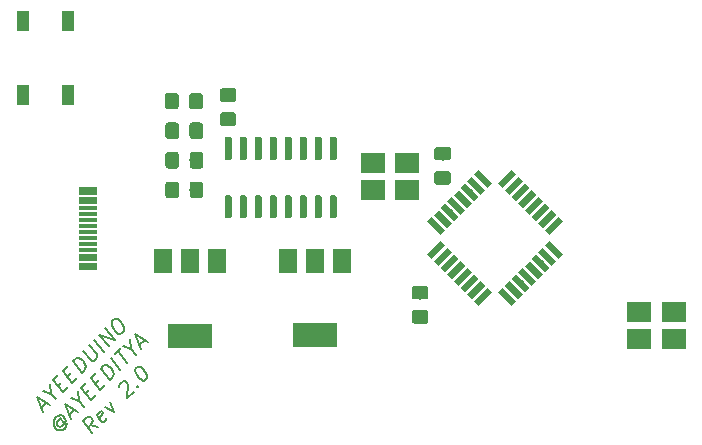
<source format=gbr>
%TF.GenerationSoftware,KiCad,Pcbnew,(5.1.2-1)-1*%
%TF.CreationDate,2020-03-21T02:44:08+05:30*%
%TF.ProjectId,Uno rev2.0,556e6f20-7265-4763-922e-302e6b696361,rev?*%
%TF.SameCoordinates,Original*%
%TF.FileFunction,Paste,Top*%
%TF.FilePolarity,Positive*%
%FSLAX46Y46*%
G04 Gerber Fmt 4.6, Leading zero omitted, Abs format (unit mm)*
G04 Created by KiCad (PCBNEW (5.1.2-1)-1) date 2020-03-21 02:44:08*
%MOMM*%
%LPD*%
G04 APERTURE LIST*
%ADD10C,0.203200*%
%ADD11R,1.500000X2.000000*%
%ADD12R,3.800000X2.000000*%
%ADD13R,2.100000X1.800000*%
%ADD14R,1.524000X0.299974*%
%ADD15C,0.100000*%
%ADD16C,1.150000*%
%ADD17R,1.000000X1.700000*%
%ADD18C,0.600000*%
%ADD19C,0.550000*%
G04 APERTURE END LIST*
D10*
X15419306Y-46740589D02*
X15846938Y-46312957D01*
X15558286Y-47114766D02*
X15071856Y-45805145D01*
X16156970Y-46516082D01*
X16253187Y-45564603D02*
X16627365Y-46045688D01*
X15542250Y-45334751D02*
X16253187Y-45564603D01*
X16140934Y-44736067D01*
X16814453Y-44917810D02*
X17113795Y-44618469D01*
X17653680Y-45019373D02*
X17226048Y-45447004D01*
X16440276Y-44436725D01*
X16867907Y-44009094D01*
X17626953Y-44105311D02*
X17926294Y-43805969D01*
X18466179Y-44206873D02*
X18038548Y-44634505D01*
X17252775Y-43624226D01*
X17680406Y-43196595D01*
X18851047Y-43822005D02*
X18065275Y-42811727D01*
X18279090Y-42597911D01*
X18444797Y-42517730D01*
X18605159Y-42528421D01*
X18722758Y-42581875D01*
X18915192Y-42731546D01*
X19027445Y-42875871D01*
X19134353Y-43111068D01*
X19166425Y-43250049D01*
X19155734Y-43431792D01*
X19064863Y-43608190D01*
X18851047Y-43822005D01*
X18963300Y-41913701D02*
X19599402Y-42731546D01*
X19717000Y-42785000D01*
X19797181Y-42790345D01*
X19920125Y-42752927D01*
X20091178Y-42581875D01*
X20139286Y-42448240D01*
X20144632Y-42357368D01*
X20112559Y-42218388D01*
X19476458Y-41400543D01*
X20689861Y-41983191D02*
X19904089Y-40972912D01*
X21117493Y-41555560D02*
X20331720Y-40545281D01*
X21630650Y-41042402D01*
X20844878Y-40032123D01*
X21443561Y-39433440D02*
X21614614Y-39262387D01*
X21737558Y-39224969D01*
X21897920Y-39235660D01*
X22090354Y-39385331D01*
X22352278Y-39722091D01*
X22459186Y-39957288D01*
X22448495Y-40139031D01*
X22400386Y-40272666D01*
X22229334Y-40443719D01*
X22106390Y-40481136D01*
X21946028Y-40470445D01*
X21753594Y-40320775D01*
X21491670Y-39984015D01*
X21384762Y-39748818D01*
X21395453Y-39567074D01*
X21443561Y-39433440D01*
X17081082Y-47718154D02*
X17000901Y-47712809D01*
X16877957Y-47750226D01*
X16792431Y-47835753D01*
X16744322Y-47969387D01*
X16738977Y-48060259D01*
X16771049Y-48199239D01*
X16845885Y-48295456D01*
X16963483Y-48348910D01*
X17043664Y-48354256D01*
X17166608Y-48316838D01*
X17252134Y-48231312D01*
X17300243Y-48097677D01*
X17305588Y-48006805D01*
X17006246Y-47621937D02*
X17305588Y-48006805D01*
X17385769Y-48012151D01*
X17428532Y-47969387D01*
X17476641Y-47835753D01*
X17444568Y-47696773D01*
X17257480Y-47456230D01*
X17059700Y-47397431D01*
X16856575Y-47429503D01*
X16648105Y-47552447D01*
X16514470Y-47771608D01*
X16461016Y-47996114D01*
X16487743Y-48225966D01*
X16594651Y-48461163D01*
X16787085Y-48610834D01*
X16984865Y-48669634D01*
X17187990Y-48637561D01*
X17396460Y-48514617D01*
X17530095Y-48295456D01*
X17583549Y-48070950D01*
X17786673Y-47354668D02*
X18214305Y-46927036D01*
X17925654Y-47728845D02*
X17439223Y-46419224D01*
X18524337Y-47130161D01*
X18620554Y-46178682D02*
X18994732Y-46659767D01*
X17909617Y-45948830D02*
X18620554Y-46178682D01*
X18508301Y-45350146D01*
X19181820Y-45531889D02*
X19481162Y-45232547D01*
X20021047Y-45633452D02*
X19593415Y-46061083D01*
X18807643Y-45050804D01*
X19235274Y-44623173D01*
X19994320Y-44719390D02*
X20293662Y-44420048D01*
X20833546Y-44820952D02*
X20405915Y-45248584D01*
X19620142Y-44238305D01*
X20047774Y-43810674D01*
X21218414Y-44436084D02*
X20432642Y-43425805D01*
X20646457Y-43211990D01*
X20812164Y-43131809D01*
X20972526Y-43142500D01*
X21090125Y-43195954D01*
X21282559Y-43345625D01*
X21394812Y-43489950D01*
X21501720Y-43725147D01*
X21533792Y-43864127D01*
X21523101Y-44045871D01*
X21432230Y-44222269D01*
X21218414Y-44436084D01*
X22116440Y-43538059D02*
X21330667Y-42527780D01*
X21630009Y-42228438D02*
X22143167Y-41715280D01*
X22672360Y-42982138D02*
X21886588Y-41971859D01*
X23025156Y-41774080D02*
X23399333Y-42255165D01*
X22314219Y-41544228D02*
X23025156Y-41774080D01*
X22912903Y-40945544D01*
X23730748Y-41410593D02*
X24158379Y-40982962D01*
X23869728Y-41784771D02*
X23383297Y-40475150D01*
X24468412Y-41186087D01*
X20250257Y-48385687D02*
X19576738Y-48203944D01*
X19737100Y-48898844D02*
X18951328Y-47888566D01*
X19293433Y-47546461D01*
X19416377Y-47509043D01*
X19496557Y-47514388D01*
X19614156Y-47567842D01*
X19726409Y-47712168D01*
X19758481Y-47851148D01*
X19753136Y-47942020D01*
X19705028Y-48075654D01*
X19362923Y-48417759D01*
X20939813Y-47610605D02*
X20891704Y-47744240D01*
X20720652Y-47915293D01*
X20597708Y-47952710D01*
X20480109Y-47899256D01*
X20180767Y-47514388D01*
X20148695Y-47375408D01*
X20196804Y-47241773D01*
X20367856Y-47070721D01*
X20490800Y-47033303D01*
X20608399Y-47086757D01*
X20683234Y-47182974D01*
X20330438Y-47706822D01*
X20795487Y-46643090D02*
X21533151Y-47102793D01*
X21223119Y-46215458D01*
X22019582Y-44991364D02*
X22024927Y-44900492D01*
X22073036Y-44766858D01*
X22286851Y-44553042D01*
X22409795Y-44515624D01*
X22489976Y-44520970D01*
X22607575Y-44574423D01*
X22682410Y-44670641D01*
X22751900Y-44857729D01*
X22687756Y-45948189D01*
X23243676Y-45392268D01*
X23553709Y-44911183D02*
X23633890Y-44916528D01*
X23628544Y-45007400D01*
X23548363Y-45002055D01*
X23553709Y-44911183D01*
X23628544Y-45007400D01*
X23441456Y-43398438D02*
X23526982Y-43312911D01*
X23649926Y-43275494D01*
X23730107Y-43280839D01*
X23847705Y-43334293D01*
X24040139Y-43483964D01*
X24227228Y-43724506D01*
X24334136Y-43959704D01*
X24366208Y-44098684D01*
X24360863Y-44189555D01*
X24312754Y-44323190D01*
X24227228Y-44408716D01*
X24104284Y-44446134D01*
X24024103Y-44440789D01*
X23906505Y-44387335D01*
X23714071Y-44237664D01*
X23526982Y-43997121D01*
X23420074Y-43761924D01*
X23388002Y-43622944D01*
X23393347Y-43532072D01*
X23441456Y-43398438D01*
D11*
%TO.C,U1*%
X30300000Y-34350000D03*
X25700000Y-34350000D03*
X28000000Y-34350000D03*
D12*
X28000000Y-40650000D03*
%TD*%
%TO.C,U2*%
X38600000Y-40580000D03*
D11*
X38600000Y-34280000D03*
X36300000Y-34280000D03*
X40900000Y-34280000D03*
%TD*%
D13*
%TO.C,Y2*%
X43500000Y-28290000D03*
X46400000Y-28290000D03*
X46400000Y-25990000D03*
X43500000Y-25990000D03*
%TD*%
%TO.C,Y1*%
X68950000Y-40900000D03*
X66050000Y-40900000D03*
X66050000Y-38600000D03*
X68950000Y-38600000D03*
%TD*%
D14*
%TO.C,P1*%
X19374000Y-28222500D03*
X19374000Y-28540000D03*
X19374000Y-29111500D03*
X19374000Y-29365500D03*
X19374000Y-29873500D03*
X19374000Y-30381500D03*
X19374000Y-30889500D03*
X19374000Y-31397500D03*
X19374000Y-31905500D03*
X19374000Y-32413500D03*
X19374000Y-32921500D03*
X19374000Y-33429500D03*
X19374000Y-33937500D03*
X19374000Y-34191500D03*
X19374000Y-34699500D03*
X19374000Y-34953500D03*
%TD*%
D15*
%TO.C,R1*%
G36*
X47964505Y-38479204D02*
G01*
X47988773Y-38482804D01*
X48012572Y-38488765D01*
X48035671Y-38497030D01*
X48057850Y-38507520D01*
X48078893Y-38520132D01*
X48098599Y-38534747D01*
X48116777Y-38551223D01*
X48133253Y-38569401D01*
X48147868Y-38589107D01*
X48160480Y-38610150D01*
X48170970Y-38632329D01*
X48179235Y-38655428D01*
X48185196Y-38679227D01*
X48188796Y-38703495D01*
X48190000Y-38727999D01*
X48190000Y-39378001D01*
X48188796Y-39402505D01*
X48185196Y-39426773D01*
X48179235Y-39450572D01*
X48170970Y-39473671D01*
X48160480Y-39495850D01*
X48147868Y-39516893D01*
X48133253Y-39536599D01*
X48116777Y-39554777D01*
X48098599Y-39571253D01*
X48078893Y-39585868D01*
X48057850Y-39598480D01*
X48035671Y-39608970D01*
X48012572Y-39617235D01*
X47988773Y-39623196D01*
X47964505Y-39626796D01*
X47940001Y-39628000D01*
X47039999Y-39628000D01*
X47015495Y-39626796D01*
X46991227Y-39623196D01*
X46967428Y-39617235D01*
X46944329Y-39608970D01*
X46922150Y-39598480D01*
X46901107Y-39585868D01*
X46881401Y-39571253D01*
X46863223Y-39554777D01*
X46846747Y-39536599D01*
X46832132Y-39516893D01*
X46819520Y-39495850D01*
X46809030Y-39473671D01*
X46800765Y-39450572D01*
X46794804Y-39426773D01*
X46791204Y-39402505D01*
X46790000Y-39378001D01*
X46790000Y-38727999D01*
X46791204Y-38703495D01*
X46794804Y-38679227D01*
X46800765Y-38655428D01*
X46809030Y-38632329D01*
X46819520Y-38610150D01*
X46832132Y-38589107D01*
X46846747Y-38569401D01*
X46863223Y-38551223D01*
X46881401Y-38534747D01*
X46901107Y-38520132D01*
X46922150Y-38507520D01*
X46944329Y-38497030D01*
X46967428Y-38488765D01*
X46991227Y-38482804D01*
X47015495Y-38479204D01*
X47039999Y-38478000D01*
X47940001Y-38478000D01*
X47964505Y-38479204D01*
X47964505Y-38479204D01*
G37*
D16*
X47490000Y-39053000D03*
D15*
G36*
X47964505Y-36429204D02*
G01*
X47988773Y-36432804D01*
X48012572Y-36438765D01*
X48035671Y-36447030D01*
X48057850Y-36457520D01*
X48078893Y-36470132D01*
X48098599Y-36484747D01*
X48116777Y-36501223D01*
X48133253Y-36519401D01*
X48147868Y-36539107D01*
X48160480Y-36560150D01*
X48170970Y-36582329D01*
X48179235Y-36605428D01*
X48185196Y-36629227D01*
X48188796Y-36653495D01*
X48190000Y-36677999D01*
X48190000Y-37328001D01*
X48188796Y-37352505D01*
X48185196Y-37376773D01*
X48179235Y-37400572D01*
X48170970Y-37423671D01*
X48160480Y-37445850D01*
X48147868Y-37466893D01*
X48133253Y-37486599D01*
X48116777Y-37504777D01*
X48098599Y-37521253D01*
X48078893Y-37535868D01*
X48057850Y-37548480D01*
X48035671Y-37558970D01*
X48012572Y-37567235D01*
X47988773Y-37573196D01*
X47964505Y-37576796D01*
X47940001Y-37578000D01*
X47039999Y-37578000D01*
X47015495Y-37576796D01*
X46991227Y-37573196D01*
X46967428Y-37567235D01*
X46944329Y-37558970D01*
X46922150Y-37548480D01*
X46901107Y-37535868D01*
X46881401Y-37521253D01*
X46863223Y-37504777D01*
X46846747Y-37486599D01*
X46832132Y-37466893D01*
X46819520Y-37445850D01*
X46809030Y-37423671D01*
X46800765Y-37400572D01*
X46794804Y-37376773D01*
X46791204Y-37352505D01*
X46790000Y-37328001D01*
X46790000Y-36677999D01*
X46791204Y-36653495D01*
X46794804Y-36629227D01*
X46800765Y-36605428D01*
X46809030Y-36582329D01*
X46819520Y-36560150D01*
X46832132Y-36539107D01*
X46846747Y-36519401D01*
X46863223Y-36501223D01*
X46881401Y-36484747D01*
X46901107Y-36470132D01*
X46922150Y-36457520D01*
X46944329Y-36447030D01*
X46967428Y-36438765D01*
X46991227Y-36432804D01*
X47015495Y-36429204D01*
X47039999Y-36428000D01*
X47940001Y-36428000D01*
X47964505Y-36429204D01*
X47964505Y-36429204D01*
G37*
D16*
X47490000Y-37003000D03*
%TD*%
D17*
%TO.C,RST*%
X13840000Y-20260000D03*
X13840000Y-13960000D03*
X17640000Y-20260000D03*
X17640000Y-13960000D03*
%TD*%
D15*
%TO.C,U3*%
G36*
X31398703Y-28765722D02*
G01*
X31413264Y-28767882D01*
X31427543Y-28771459D01*
X31441403Y-28776418D01*
X31454710Y-28782712D01*
X31467336Y-28790280D01*
X31479159Y-28799048D01*
X31490066Y-28808934D01*
X31499952Y-28819841D01*
X31508720Y-28831664D01*
X31516288Y-28844290D01*
X31522582Y-28857597D01*
X31527541Y-28871457D01*
X31531118Y-28885736D01*
X31533278Y-28900297D01*
X31534000Y-28915000D01*
X31534000Y-30565000D01*
X31533278Y-30579703D01*
X31531118Y-30594264D01*
X31527541Y-30608543D01*
X31522582Y-30622403D01*
X31516288Y-30635710D01*
X31508720Y-30648336D01*
X31499952Y-30660159D01*
X31490066Y-30671066D01*
X31479159Y-30680952D01*
X31467336Y-30689720D01*
X31454710Y-30697288D01*
X31441403Y-30703582D01*
X31427543Y-30708541D01*
X31413264Y-30712118D01*
X31398703Y-30714278D01*
X31384000Y-30715000D01*
X31084000Y-30715000D01*
X31069297Y-30714278D01*
X31054736Y-30712118D01*
X31040457Y-30708541D01*
X31026597Y-30703582D01*
X31013290Y-30697288D01*
X31000664Y-30689720D01*
X30988841Y-30680952D01*
X30977934Y-30671066D01*
X30968048Y-30660159D01*
X30959280Y-30648336D01*
X30951712Y-30635710D01*
X30945418Y-30622403D01*
X30940459Y-30608543D01*
X30936882Y-30594264D01*
X30934722Y-30579703D01*
X30934000Y-30565000D01*
X30934000Y-28915000D01*
X30934722Y-28900297D01*
X30936882Y-28885736D01*
X30940459Y-28871457D01*
X30945418Y-28857597D01*
X30951712Y-28844290D01*
X30959280Y-28831664D01*
X30968048Y-28819841D01*
X30977934Y-28808934D01*
X30988841Y-28799048D01*
X31000664Y-28790280D01*
X31013290Y-28782712D01*
X31026597Y-28776418D01*
X31040457Y-28771459D01*
X31054736Y-28767882D01*
X31069297Y-28765722D01*
X31084000Y-28765000D01*
X31384000Y-28765000D01*
X31398703Y-28765722D01*
X31398703Y-28765722D01*
G37*
D18*
X31234000Y-29740000D03*
D15*
G36*
X32668703Y-28765722D02*
G01*
X32683264Y-28767882D01*
X32697543Y-28771459D01*
X32711403Y-28776418D01*
X32724710Y-28782712D01*
X32737336Y-28790280D01*
X32749159Y-28799048D01*
X32760066Y-28808934D01*
X32769952Y-28819841D01*
X32778720Y-28831664D01*
X32786288Y-28844290D01*
X32792582Y-28857597D01*
X32797541Y-28871457D01*
X32801118Y-28885736D01*
X32803278Y-28900297D01*
X32804000Y-28915000D01*
X32804000Y-30565000D01*
X32803278Y-30579703D01*
X32801118Y-30594264D01*
X32797541Y-30608543D01*
X32792582Y-30622403D01*
X32786288Y-30635710D01*
X32778720Y-30648336D01*
X32769952Y-30660159D01*
X32760066Y-30671066D01*
X32749159Y-30680952D01*
X32737336Y-30689720D01*
X32724710Y-30697288D01*
X32711403Y-30703582D01*
X32697543Y-30708541D01*
X32683264Y-30712118D01*
X32668703Y-30714278D01*
X32654000Y-30715000D01*
X32354000Y-30715000D01*
X32339297Y-30714278D01*
X32324736Y-30712118D01*
X32310457Y-30708541D01*
X32296597Y-30703582D01*
X32283290Y-30697288D01*
X32270664Y-30689720D01*
X32258841Y-30680952D01*
X32247934Y-30671066D01*
X32238048Y-30660159D01*
X32229280Y-30648336D01*
X32221712Y-30635710D01*
X32215418Y-30622403D01*
X32210459Y-30608543D01*
X32206882Y-30594264D01*
X32204722Y-30579703D01*
X32204000Y-30565000D01*
X32204000Y-28915000D01*
X32204722Y-28900297D01*
X32206882Y-28885736D01*
X32210459Y-28871457D01*
X32215418Y-28857597D01*
X32221712Y-28844290D01*
X32229280Y-28831664D01*
X32238048Y-28819841D01*
X32247934Y-28808934D01*
X32258841Y-28799048D01*
X32270664Y-28790280D01*
X32283290Y-28782712D01*
X32296597Y-28776418D01*
X32310457Y-28771459D01*
X32324736Y-28767882D01*
X32339297Y-28765722D01*
X32354000Y-28765000D01*
X32654000Y-28765000D01*
X32668703Y-28765722D01*
X32668703Y-28765722D01*
G37*
D18*
X32504000Y-29740000D03*
D15*
G36*
X33938703Y-28765722D02*
G01*
X33953264Y-28767882D01*
X33967543Y-28771459D01*
X33981403Y-28776418D01*
X33994710Y-28782712D01*
X34007336Y-28790280D01*
X34019159Y-28799048D01*
X34030066Y-28808934D01*
X34039952Y-28819841D01*
X34048720Y-28831664D01*
X34056288Y-28844290D01*
X34062582Y-28857597D01*
X34067541Y-28871457D01*
X34071118Y-28885736D01*
X34073278Y-28900297D01*
X34074000Y-28915000D01*
X34074000Y-30565000D01*
X34073278Y-30579703D01*
X34071118Y-30594264D01*
X34067541Y-30608543D01*
X34062582Y-30622403D01*
X34056288Y-30635710D01*
X34048720Y-30648336D01*
X34039952Y-30660159D01*
X34030066Y-30671066D01*
X34019159Y-30680952D01*
X34007336Y-30689720D01*
X33994710Y-30697288D01*
X33981403Y-30703582D01*
X33967543Y-30708541D01*
X33953264Y-30712118D01*
X33938703Y-30714278D01*
X33924000Y-30715000D01*
X33624000Y-30715000D01*
X33609297Y-30714278D01*
X33594736Y-30712118D01*
X33580457Y-30708541D01*
X33566597Y-30703582D01*
X33553290Y-30697288D01*
X33540664Y-30689720D01*
X33528841Y-30680952D01*
X33517934Y-30671066D01*
X33508048Y-30660159D01*
X33499280Y-30648336D01*
X33491712Y-30635710D01*
X33485418Y-30622403D01*
X33480459Y-30608543D01*
X33476882Y-30594264D01*
X33474722Y-30579703D01*
X33474000Y-30565000D01*
X33474000Y-28915000D01*
X33474722Y-28900297D01*
X33476882Y-28885736D01*
X33480459Y-28871457D01*
X33485418Y-28857597D01*
X33491712Y-28844290D01*
X33499280Y-28831664D01*
X33508048Y-28819841D01*
X33517934Y-28808934D01*
X33528841Y-28799048D01*
X33540664Y-28790280D01*
X33553290Y-28782712D01*
X33566597Y-28776418D01*
X33580457Y-28771459D01*
X33594736Y-28767882D01*
X33609297Y-28765722D01*
X33624000Y-28765000D01*
X33924000Y-28765000D01*
X33938703Y-28765722D01*
X33938703Y-28765722D01*
G37*
D18*
X33774000Y-29740000D03*
D15*
G36*
X35208703Y-28765722D02*
G01*
X35223264Y-28767882D01*
X35237543Y-28771459D01*
X35251403Y-28776418D01*
X35264710Y-28782712D01*
X35277336Y-28790280D01*
X35289159Y-28799048D01*
X35300066Y-28808934D01*
X35309952Y-28819841D01*
X35318720Y-28831664D01*
X35326288Y-28844290D01*
X35332582Y-28857597D01*
X35337541Y-28871457D01*
X35341118Y-28885736D01*
X35343278Y-28900297D01*
X35344000Y-28915000D01*
X35344000Y-30565000D01*
X35343278Y-30579703D01*
X35341118Y-30594264D01*
X35337541Y-30608543D01*
X35332582Y-30622403D01*
X35326288Y-30635710D01*
X35318720Y-30648336D01*
X35309952Y-30660159D01*
X35300066Y-30671066D01*
X35289159Y-30680952D01*
X35277336Y-30689720D01*
X35264710Y-30697288D01*
X35251403Y-30703582D01*
X35237543Y-30708541D01*
X35223264Y-30712118D01*
X35208703Y-30714278D01*
X35194000Y-30715000D01*
X34894000Y-30715000D01*
X34879297Y-30714278D01*
X34864736Y-30712118D01*
X34850457Y-30708541D01*
X34836597Y-30703582D01*
X34823290Y-30697288D01*
X34810664Y-30689720D01*
X34798841Y-30680952D01*
X34787934Y-30671066D01*
X34778048Y-30660159D01*
X34769280Y-30648336D01*
X34761712Y-30635710D01*
X34755418Y-30622403D01*
X34750459Y-30608543D01*
X34746882Y-30594264D01*
X34744722Y-30579703D01*
X34744000Y-30565000D01*
X34744000Y-28915000D01*
X34744722Y-28900297D01*
X34746882Y-28885736D01*
X34750459Y-28871457D01*
X34755418Y-28857597D01*
X34761712Y-28844290D01*
X34769280Y-28831664D01*
X34778048Y-28819841D01*
X34787934Y-28808934D01*
X34798841Y-28799048D01*
X34810664Y-28790280D01*
X34823290Y-28782712D01*
X34836597Y-28776418D01*
X34850457Y-28771459D01*
X34864736Y-28767882D01*
X34879297Y-28765722D01*
X34894000Y-28765000D01*
X35194000Y-28765000D01*
X35208703Y-28765722D01*
X35208703Y-28765722D01*
G37*
D18*
X35044000Y-29740000D03*
D15*
G36*
X36478703Y-28765722D02*
G01*
X36493264Y-28767882D01*
X36507543Y-28771459D01*
X36521403Y-28776418D01*
X36534710Y-28782712D01*
X36547336Y-28790280D01*
X36559159Y-28799048D01*
X36570066Y-28808934D01*
X36579952Y-28819841D01*
X36588720Y-28831664D01*
X36596288Y-28844290D01*
X36602582Y-28857597D01*
X36607541Y-28871457D01*
X36611118Y-28885736D01*
X36613278Y-28900297D01*
X36614000Y-28915000D01*
X36614000Y-30565000D01*
X36613278Y-30579703D01*
X36611118Y-30594264D01*
X36607541Y-30608543D01*
X36602582Y-30622403D01*
X36596288Y-30635710D01*
X36588720Y-30648336D01*
X36579952Y-30660159D01*
X36570066Y-30671066D01*
X36559159Y-30680952D01*
X36547336Y-30689720D01*
X36534710Y-30697288D01*
X36521403Y-30703582D01*
X36507543Y-30708541D01*
X36493264Y-30712118D01*
X36478703Y-30714278D01*
X36464000Y-30715000D01*
X36164000Y-30715000D01*
X36149297Y-30714278D01*
X36134736Y-30712118D01*
X36120457Y-30708541D01*
X36106597Y-30703582D01*
X36093290Y-30697288D01*
X36080664Y-30689720D01*
X36068841Y-30680952D01*
X36057934Y-30671066D01*
X36048048Y-30660159D01*
X36039280Y-30648336D01*
X36031712Y-30635710D01*
X36025418Y-30622403D01*
X36020459Y-30608543D01*
X36016882Y-30594264D01*
X36014722Y-30579703D01*
X36014000Y-30565000D01*
X36014000Y-28915000D01*
X36014722Y-28900297D01*
X36016882Y-28885736D01*
X36020459Y-28871457D01*
X36025418Y-28857597D01*
X36031712Y-28844290D01*
X36039280Y-28831664D01*
X36048048Y-28819841D01*
X36057934Y-28808934D01*
X36068841Y-28799048D01*
X36080664Y-28790280D01*
X36093290Y-28782712D01*
X36106597Y-28776418D01*
X36120457Y-28771459D01*
X36134736Y-28767882D01*
X36149297Y-28765722D01*
X36164000Y-28765000D01*
X36464000Y-28765000D01*
X36478703Y-28765722D01*
X36478703Y-28765722D01*
G37*
D18*
X36314000Y-29740000D03*
D15*
G36*
X37748703Y-28765722D02*
G01*
X37763264Y-28767882D01*
X37777543Y-28771459D01*
X37791403Y-28776418D01*
X37804710Y-28782712D01*
X37817336Y-28790280D01*
X37829159Y-28799048D01*
X37840066Y-28808934D01*
X37849952Y-28819841D01*
X37858720Y-28831664D01*
X37866288Y-28844290D01*
X37872582Y-28857597D01*
X37877541Y-28871457D01*
X37881118Y-28885736D01*
X37883278Y-28900297D01*
X37884000Y-28915000D01*
X37884000Y-30565000D01*
X37883278Y-30579703D01*
X37881118Y-30594264D01*
X37877541Y-30608543D01*
X37872582Y-30622403D01*
X37866288Y-30635710D01*
X37858720Y-30648336D01*
X37849952Y-30660159D01*
X37840066Y-30671066D01*
X37829159Y-30680952D01*
X37817336Y-30689720D01*
X37804710Y-30697288D01*
X37791403Y-30703582D01*
X37777543Y-30708541D01*
X37763264Y-30712118D01*
X37748703Y-30714278D01*
X37734000Y-30715000D01*
X37434000Y-30715000D01*
X37419297Y-30714278D01*
X37404736Y-30712118D01*
X37390457Y-30708541D01*
X37376597Y-30703582D01*
X37363290Y-30697288D01*
X37350664Y-30689720D01*
X37338841Y-30680952D01*
X37327934Y-30671066D01*
X37318048Y-30660159D01*
X37309280Y-30648336D01*
X37301712Y-30635710D01*
X37295418Y-30622403D01*
X37290459Y-30608543D01*
X37286882Y-30594264D01*
X37284722Y-30579703D01*
X37284000Y-30565000D01*
X37284000Y-28915000D01*
X37284722Y-28900297D01*
X37286882Y-28885736D01*
X37290459Y-28871457D01*
X37295418Y-28857597D01*
X37301712Y-28844290D01*
X37309280Y-28831664D01*
X37318048Y-28819841D01*
X37327934Y-28808934D01*
X37338841Y-28799048D01*
X37350664Y-28790280D01*
X37363290Y-28782712D01*
X37376597Y-28776418D01*
X37390457Y-28771459D01*
X37404736Y-28767882D01*
X37419297Y-28765722D01*
X37434000Y-28765000D01*
X37734000Y-28765000D01*
X37748703Y-28765722D01*
X37748703Y-28765722D01*
G37*
D18*
X37584000Y-29740000D03*
D15*
G36*
X39018703Y-28765722D02*
G01*
X39033264Y-28767882D01*
X39047543Y-28771459D01*
X39061403Y-28776418D01*
X39074710Y-28782712D01*
X39087336Y-28790280D01*
X39099159Y-28799048D01*
X39110066Y-28808934D01*
X39119952Y-28819841D01*
X39128720Y-28831664D01*
X39136288Y-28844290D01*
X39142582Y-28857597D01*
X39147541Y-28871457D01*
X39151118Y-28885736D01*
X39153278Y-28900297D01*
X39154000Y-28915000D01*
X39154000Y-30565000D01*
X39153278Y-30579703D01*
X39151118Y-30594264D01*
X39147541Y-30608543D01*
X39142582Y-30622403D01*
X39136288Y-30635710D01*
X39128720Y-30648336D01*
X39119952Y-30660159D01*
X39110066Y-30671066D01*
X39099159Y-30680952D01*
X39087336Y-30689720D01*
X39074710Y-30697288D01*
X39061403Y-30703582D01*
X39047543Y-30708541D01*
X39033264Y-30712118D01*
X39018703Y-30714278D01*
X39004000Y-30715000D01*
X38704000Y-30715000D01*
X38689297Y-30714278D01*
X38674736Y-30712118D01*
X38660457Y-30708541D01*
X38646597Y-30703582D01*
X38633290Y-30697288D01*
X38620664Y-30689720D01*
X38608841Y-30680952D01*
X38597934Y-30671066D01*
X38588048Y-30660159D01*
X38579280Y-30648336D01*
X38571712Y-30635710D01*
X38565418Y-30622403D01*
X38560459Y-30608543D01*
X38556882Y-30594264D01*
X38554722Y-30579703D01*
X38554000Y-30565000D01*
X38554000Y-28915000D01*
X38554722Y-28900297D01*
X38556882Y-28885736D01*
X38560459Y-28871457D01*
X38565418Y-28857597D01*
X38571712Y-28844290D01*
X38579280Y-28831664D01*
X38588048Y-28819841D01*
X38597934Y-28808934D01*
X38608841Y-28799048D01*
X38620664Y-28790280D01*
X38633290Y-28782712D01*
X38646597Y-28776418D01*
X38660457Y-28771459D01*
X38674736Y-28767882D01*
X38689297Y-28765722D01*
X38704000Y-28765000D01*
X39004000Y-28765000D01*
X39018703Y-28765722D01*
X39018703Y-28765722D01*
G37*
D18*
X38854000Y-29740000D03*
D15*
G36*
X40288703Y-28765722D02*
G01*
X40303264Y-28767882D01*
X40317543Y-28771459D01*
X40331403Y-28776418D01*
X40344710Y-28782712D01*
X40357336Y-28790280D01*
X40369159Y-28799048D01*
X40380066Y-28808934D01*
X40389952Y-28819841D01*
X40398720Y-28831664D01*
X40406288Y-28844290D01*
X40412582Y-28857597D01*
X40417541Y-28871457D01*
X40421118Y-28885736D01*
X40423278Y-28900297D01*
X40424000Y-28915000D01*
X40424000Y-30565000D01*
X40423278Y-30579703D01*
X40421118Y-30594264D01*
X40417541Y-30608543D01*
X40412582Y-30622403D01*
X40406288Y-30635710D01*
X40398720Y-30648336D01*
X40389952Y-30660159D01*
X40380066Y-30671066D01*
X40369159Y-30680952D01*
X40357336Y-30689720D01*
X40344710Y-30697288D01*
X40331403Y-30703582D01*
X40317543Y-30708541D01*
X40303264Y-30712118D01*
X40288703Y-30714278D01*
X40274000Y-30715000D01*
X39974000Y-30715000D01*
X39959297Y-30714278D01*
X39944736Y-30712118D01*
X39930457Y-30708541D01*
X39916597Y-30703582D01*
X39903290Y-30697288D01*
X39890664Y-30689720D01*
X39878841Y-30680952D01*
X39867934Y-30671066D01*
X39858048Y-30660159D01*
X39849280Y-30648336D01*
X39841712Y-30635710D01*
X39835418Y-30622403D01*
X39830459Y-30608543D01*
X39826882Y-30594264D01*
X39824722Y-30579703D01*
X39824000Y-30565000D01*
X39824000Y-28915000D01*
X39824722Y-28900297D01*
X39826882Y-28885736D01*
X39830459Y-28871457D01*
X39835418Y-28857597D01*
X39841712Y-28844290D01*
X39849280Y-28831664D01*
X39858048Y-28819841D01*
X39867934Y-28808934D01*
X39878841Y-28799048D01*
X39890664Y-28790280D01*
X39903290Y-28782712D01*
X39916597Y-28776418D01*
X39930457Y-28771459D01*
X39944736Y-28767882D01*
X39959297Y-28765722D01*
X39974000Y-28765000D01*
X40274000Y-28765000D01*
X40288703Y-28765722D01*
X40288703Y-28765722D01*
G37*
D18*
X40124000Y-29740000D03*
D15*
G36*
X40288703Y-23815722D02*
G01*
X40303264Y-23817882D01*
X40317543Y-23821459D01*
X40331403Y-23826418D01*
X40344710Y-23832712D01*
X40357336Y-23840280D01*
X40369159Y-23849048D01*
X40380066Y-23858934D01*
X40389952Y-23869841D01*
X40398720Y-23881664D01*
X40406288Y-23894290D01*
X40412582Y-23907597D01*
X40417541Y-23921457D01*
X40421118Y-23935736D01*
X40423278Y-23950297D01*
X40424000Y-23965000D01*
X40424000Y-25615000D01*
X40423278Y-25629703D01*
X40421118Y-25644264D01*
X40417541Y-25658543D01*
X40412582Y-25672403D01*
X40406288Y-25685710D01*
X40398720Y-25698336D01*
X40389952Y-25710159D01*
X40380066Y-25721066D01*
X40369159Y-25730952D01*
X40357336Y-25739720D01*
X40344710Y-25747288D01*
X40331403Y-25753582D01*
X40317543Y-25758541D01*
X40303264Y-25762118D01*
X40288703Y-25764278D01*
X40274000Y-25765000D01*
X39974000Y-25765000D01*
X39959297Y-25764278D01*
X39944736Y-25762118D01*
X39930457Y-25758541D01*
X39916597Y-25753582D01*
X39903290Y-25747288D01*
X39890664Y-25739720D01*
X39878841Y-25730952D01*
X39867934Y-25721066D01*
X39858048Y-25710159D01*
X39849280Y-25698336D01*
X39841712Y-25685710D01*
X39835418Y-25672403D01*
X39830459Y-25658543D01*
X39826882Y-25644264D01*
X39824722Y-25629703D01*
X39824000Y-25615000D01*
X39824000Y-23965000D01*
X39824722Y-23950297D01*
X39826882Y-23935736D01*
X39830459Y-23921457D01*
X39835418Y-23907597D01*
X39841712Y-23894290D01*
X39849280Y-23881664D01*
X39858048Y-23869841D01*
X39867934Y-23858934D01*
X39878841Y-23849048D01*
X39890664Y-23840280D01*
X39903290Y-23832712D01*
X39916597Y-23826418D01*
X39930457Y-23821459D01*
X39944736Y-23817882D01*
X39959297Y-23815722D01*
X39974000Y-23815000D01*
X40274000Y-23815000D01*
X40288703Y-23815722D01*
X40288703Y-23815722D01*
G37*
D18*
X40124000Y-24790000D03*
D15*
G36*
X39018703Y-23815722D02*
G01*
X39033264Y-23817882D01*
X39047543Y-23821459D01*
X39061403Y-23826418D01*
X39074710Y-23832712D01*
X39087336Y-23840280D01*
X39099159Y-23849048D01*
X39110066Y-23858934D01*
X39119952Y-23869841D01*
X39128720Y-23881664D01*
X39136288Y-23894290D01*
X39142582Y-23907597D01*
X39147541Y-23921457D01*
X39151118Y-23935736D01*
X39153278Y-23950297D01*
X39154000Y-23965000D01*
X39154000Y-25615000D01*
X39153278Y-25629703D01*
X39151118Y-25644264D01*
X39147541Y-25658543D01*
X39142582Y-25672403D01*
X39136288Y-25685710D01*
X39128720Y-25698336D01*
X39119952Y-25710159D01*
X39110066Y-25721066D01*
X39099159Y-25730952D01*
X39087336Y-25739720D01*
X39074710Y-25747288D01*
X39061403Y-25753582D01*
X39047543Y-25758541D01*
X39033264Y-25762118D01*
X39018703Y-25764278D01*
X39004000Y-25765000D01*
X38704000Y-25765000D01*
X38689297Y-25764278D01*
X38674736Y-25762118D01*
X38660457Y-25758541D01*
X38646597Y-25753582D01*
X38633290Y-25747288D01*
X38620664Y-25739720D01*
X38608841Y-25730952D01*
X38597934Y-25721066D01*
X38588048Y-25710159D01*
X38579280Y-25698336D01*
X38571712Y-25685710D01*
X38565418Y-25672403D01*
X38560459Y-25658543D01*
X38556882Y-25644264D01*
X38554722Y-25629703D01*
X38554000Y-25615000D01*
X38554000Y-23965000D01*
X38554722Y-23950297D01*
X38556882Y-23935736D01*
X38560459Y-23921457D01*
X38565418Y-23907597D01*
X38571712Y-23894290D01*
X38579280Y-23881664D01*
X38588048Y-23869841D01*
X38597934Y-23858934D01*
X38608841Y-23849048D01*
X38620664Y-23840280D01*
X38633290Y-23832712D01*
X38646597Y-23826418D01*
X38660457Y-23821459D01*
X38674736Y-23817882D01*
X38689297Y-23815722D01*
X38704000Y-23815000D01*
X39004000Y-23815000D01*
X39018703Y-23815722D01*
X39018703Y-23815722D01*
G37*
D18*
X38854000Y-24790000D03*
D15*
G36*
X37748703Y-23815722D02*
G01*
X37763264Y-23817882D01*
X37777543Y-23821459D01*
X37791403Y-23826418D01*
X37804710Y-23832712D01*
X37817336Y-23840280D01*
X37829159Y-23849048D01*
X37840066Y-23858934D01*
X37849952Y-23869841D01*
X37858720Y-23881664D01*
X37866288Y-23894290D01*
X37872582Y-23907597D01*
X37877541Y-23921457D01*
X37881118Y-23935736D01*
X37883278Y-23950297D01*
X37884000Y-23965000D01*
X37884000Y-25615000D01*
X37883278Y-25629703D01*
X37881118Y-25644264D01*
X37877541Y-25658543D01*
X37872582Y-25672403D01*
X37866288Y-25685710D01*
X37858720Y-25698336D01*
X37849952Y-25710159D01*
X37840066Y-25721066D01*
X37829159Y-25730952D01*
X37817336Y-25739720D01*
X37804710Y-25747288D01*
X37791403Y-25753582D01*
X37777543Y-25758541D01*
X37763264Y-25762118D01*
X37748703Y-25764278D01*
X37734000Y-25765000D01*
X37434000Y-25765000D01*
X37419297Y-25764278D01*
X37404736Y-25762118D01*
X37390457Y-25758541D01*
X37376597Y-25753582D01*
X37363290Y-25747288D01*
X37350664Y-25739720D01*
X37338841Y-25730952D01*
X37327934Y-25721066D01*
X37318048Y-25710159D01*
X37309280Y-25698336D01*
X37301712Y-25685710D01*
X37295418Y-25672403D01*
X37290459Y-25658543D01*
X37286882Y-25644264D01*
X37284722Y-25629703D01*
X37284000Y-25615000D01*
X37284000Y-23965000D01*
X37284722Y-23950297D01*
X37286882Y-23935736D01*
X37290459Y-23921457D01*
X37295418Y-23907597D01*
X37301712Y-23894290D01*
X37309280Y-23881664D01*
X37318048Y-23869841D01*
X37327934Y-23858934D01*
X37338841Y-23849048D01*
X37350664Y-23840280D01*
X37363290Y-23832712D01*
X37376597Y-23826418D01*
X37390457Y-23821459D01*
X37404736Y-23817882D01*
X37419297Y-23815722D01*
X37434000Y-23815000D01*
X37734000Y-23815000D01*
X37748703Y-23815722D01*
X37748703Y-23815722D01*
G37*
D18*
X37584000Y-24790000D03*
D15*
G36*
X36478703Y-23815722D02*
G01*
X36493264Y-23817882D01*
X36507543Y-23821459D01*
X36521403Y-23826418D01*
X36534710Y-23832712D01*
X36547336Y-23840280D01*
X36559159Y-23849048D01*
X36570066Y-23858934D01*
X36579952Y-23869841D01*
X36588720Y-23881664D01*
X36596288Y-23894290D01*
X36602582Y-23907597D01*
X36607541Y-23921457D01*
X36611118Y-23935736D01*
X36613278Y-23950297D01*
X36614000Y-23965000D01*
X36614000Y-25615000D01*
X36613278Y-25629703D01*
X36611118Y-25644264D01*
X36607541Y-25658543D01*
X36602582Y-25672403D01*
X36596288Y-25685710D01*
X36588720Y-25698336D01*
X36579952Y-25710159D01*
X36570066Y-25721066D01*
X36559159Y-25730952D01*
X36547336Y-25739720D01*
X36534710Y-25747288D01*
X36521403Y-25753582D01*
X36507543Y-25758541D01*
X36493264Y-25762118D01*
X36478703Y-25764278D01*
X36464000Y-25765000D01*
X36164000Y-25765000D01*
X36149297Y-25764278D01*
X36134736Y-25762118D01*
X36120457Y-25758541D01*
X36106597Y-25753582D01*
X36093290Y-25747288D01*
X36080664Y-25739720D01*
X36068841Y-25730952D01*
X36057934Y-25721066D01*
X36048048Y-25710159D01*
X36039280Y-25698336D01*
X36031712Y-25685710D01*
X36025418Y-25672403D01*
X36020459Y-25658543D01*
X36016882Y-25644264D01*
X36014722Y-25629703D01*
X36014000Y-25615000D01*
X36014000Y-23965000D01*
X36014722Y-23950297D01*
X36016882Y-23935736D01*
X36020459Y-23921457D01*
X36025418Y-23907597D01*
X36031712Y-23894290D01*
X36039280Y-23881664D01*
X36048048Y-23869841D01*
X36057934Y-23858934D01*
X36068841Y-23849048D01*
X36080664Y-23840280D01*
X36093290Y-23832712D01*
X36106597Y-23826418D01*
X36120457Y-23821459D01*
X36134736Y-23817882D01*
X36149297Y-23815722D01*
X36164000Y-23815000D01*
X36464000Y-23815000D01*
X36478703Y-23815722D01*
X36478703Y-23815722D01*
G37*
D18*
X36314000Y-24790000D03*
D15*
G36*
X35208703Y-23815722D02*
G01*
X35223264Y-23817882D01*
X35237543Y-23821459D01*
X35251403Y-23826418D01*
X35264710Y-23832712D01*
X35277336Y-23840280D01*
X35289159Y-23849048D01*
X35300066Y-23858934D01*
X35309952Y-23869841D01*
X35318720Y-23881664D01*
X35326288Y-23894290D01*
X35332582Y-23907597D01*
X35337541Y-23921457D01*
X35341118Y-23935736D01*
X35343278Y-23950297D01*
X35344000Y-23965000D01*
X35344000Y-25615000D01*
X35343278Y-25629703D01*
X35341118Y-25644264D01*
X35337541Y-25658543D01*
X35332582Y-25672403D01*
X35326288Y-25685710D01*
X35318720Y-25698336D01*
X35309952Y-25710159D01*
X35300066Y-25721066D01*
X35289159Y-25730952D01*
X35277336Y-25739720D01*
X35264710Y-25747288D01*
X35251403Y-25753582D01*
X35237543Y-25758541D01*
X35223264Y-25762118D01*
X35208703Y-25764278D01*
X35194000Y-25765000D01*
X34894000Y-25765000D01*
X34879297Y-25764278D01*
X34864736Y-25762118D01*
X34850457Y-25758541D01*
X34836597Y-25753582D01*
X34823290Y-25747288D01*
X34810664Y-25739720D01*
X34798841Y-25730952D01*
X34787934Y-25721066D01*
X34778048Y-25710159D01*
X34769280Y-25698336D01*
X34761712Y-25685710D01*
X34755418Y-25672403D01*
X34750459Y-25658543D01*
X34746882Y-25644264D01*
X34744722Y-25629703D01*
X34744000Y-25615000D01*
X34744000Y-23965000D01*
X34744722Y-23950297D01*
X34746882Y-23935736D01*
X34750459Y-23921457D01*
X34755418Y-23907597D01*
X34761712Y-23894290D01*
X34769280Y-23881664D01*
X34778048Y-23869841D01*
X34787934Y-23858934D01*
X34798841Y-23849048D01*
X34810664Y-23840280D01*
X34823290Y-23832712D01*
X34836597Y-23826418D01*
X34850457Y-23821459D01*
X34864736Y-23817882D01*
X34879297Y-23815722D01*
X34894000Y-23815000D01*
X35194000Y-23815000D01*
X35208703Y-23815722D01*
X35208703Y-23815722D01*
G37*
D18*
X35044000Y-24790000D03*
D15*
G36*
X33938703Y-23815722D02*
G01*
X33953264Y-23817882D01*
X33967543Y-23821459D01*
X33981403Y-23826418D01*
X33994710Y-23832712D01*
X34007336Y-23840280D01*
X34019159Y-23849048D01*
X34030066Y-23858934D01*
X34039952Y-23869841D01*
X34048720Y-23881664D01*
X34056288Y-23894290D01*
X34062582Y-23907597D01*
X34067541Y-23921457D01*
X34071118Y-23935736D01*
X34073278Y-23950297D01*
X34074000Y-23965000D01*
X34074000Y-25615000D01*
X34073278Y-25629703D01*
X34071118Y-25644264D01*
X34067541Y-25658543D01*
X34062582Y-25672403D01*
X34056288Y-25685710D01*
X34048720Y-25698336D01*
X34039952Y-25710159D01*
X34030066Y-25721066D01*
X34019159Y-25730952D01*
X34007336Y-25739720D01*
X33994710Y-25747288D01*
X33981403Y-25753582D01*
X33967543Y-25758541D01*
X33953264Y-25762118D01*
X33938703Y-25764278D01*
X33924000Y-25765000D01*
X33624000Y-25765000D01*
X33609297Y-25764278D01*
X33594736Y-25762118D01*
X33580457Y-25758541D01*
X33566597Y-25753582D01*
X33553290Y-25747288D01*
X33540664Y-25739720D01*
X33528841Y-25730952D01*
X33517934Y-25721066D01*
X33508048Y-25710159D01*
X33499280Y-25698336D01*
X33491712Y-25685710D01*
X33485418Y-25672403D01*
X33480459Y-25658543D01*
X33476882Y-25644264D01*
X33474722Y-25629703D01*
X33474000Y-25615000D01*
X33474000Y-23965000D01*
X33474722Y-23950297D01*
X33476882Y-23935736D01*
X33480459Y-23921457D01*
X33485418Y-23907597D01*
X33491712Y-23894290D01*
X33499280Y-23881664D01*
X33508048Y-23869841D01*
X33517934Y-23858934D01*
X33528841Y-23849048D01*
X33540664Y-23840280D01*
X33553290Y-23832712D01*
X33566597Y-23826418D01*
X33580457Y-23821459D01*
X33594736Y-23817882D01*
X33609297Y-23815722D01*
X33624000Y-23815000D01*
X33924000Y-23815000D01*
X33938703Y-23815722D01*
X33938703Y-23815722D01*
G37*
D18*
X33774000Y-24790000D03*
D15*
G36*
X32668703Y-23815722D02*
G01*
X32683264Y-23817882D01*
X32697543Y-23821459D01*
X32711403Y-23826418D01*
X32724710Y-23832712D01*
X32737336Y-23840280D01*
X32749159Y-23849048D01*
X32760066Y-23858934D01*
X32769952Y-23869841D01*
X32778720Y-23881664D01*
X32786288Y-23894290D01*
X32792582Y-23907597D01*
X32797541Y-23921457D01*
X32801118Y-23935736D01*
X32803278Y-23950297D01*
X32804000Y-23965000D01*
X32804000Y-25615000D01*
X32803278Y-25629703D01*
X32801118Y-25644264D01*
X32797541Y-25658543D01*
X32792582Y-25672403D01*
X32786288Y-25685710D01*
X32778720Y-25698336D01*
X32769952Y-25710159D01*
X32760066Y-25721066D01*
X32749159Y-25730952D01*
X32737336Y-25739720D01*
X32724710Y-25747288D01*
X32711403Y-25753582D01*
X32697543Y-25758541D01*
X32683264Y-25762118D01*
X32668703Y-25764278D01*
X32654000Y-25765000D01*
X32354000Y-25765000D01*
X32339297Y-25764278D01*
X32324736Y-25762118D01*
X32310457Y-25758541D01*
X32296597Y-25753582D01*
X32283290Y-25747288D01*
X32270664Y-25739720D01*
X32258841Y-25730952D01*
X32247934Y-25721066D01*
X32238048Y-25710159D01*
X32229280Y-25698336D01*
X32221712Y-25685710D01*
X32215418Y-25672403D01*
X32210459Y-25658543D01*
X32206882Y-25644264D01*
X32204722Y-25629703D01*
X32204000Y-25615000D01*
X32204000Y-23965000D01*
X32204722Y-23950297D01*
X32206882Y-23935736D01*
X32210459Y-23921457D01*
X32215418Y-23907597D01*
X32221712Y-23894290D01*
X32229280Y-23881664D01*
X32238048Y-23869841D01*
X32247934Y-23858934D01*
X32258841Y-23849048D01*
X32270664Y-23840280D01*
X32283290Y-23832712D01*
X32296597Y-23826418D01*
X32310457Y-23821459D01*
X32324736Y-23817882D01*
X32339297Y-23815722D01*
X32354000Y-23815000D01*
X32654000Y-23815000D01*
X32668703Y-23815722D01*
X32668703Y-23815722D01*
G37*
D18*
X32504000Y-24790000D03*
D15*
G36*
X31398703Y-23815722D02*
G01*
X31413264Y-23817882D01*
X31427543Y-23821459D01*
X31441403Y-23826418D01*
X31454710Y-23832712D01*
X31467336Y-23840280D01*
X31479159Y-23849048D01*
X31490066Y-23858934D01*
X31499952Y-23869841D01*
X31508720Y-23881664D01*
X31516288Y-23894290D01*
X31522582Y-23907597D01*
X31527541Y-23921457D01*
X31531118Y-23935736D01*
X31533278Y-23950297D01*
X31534000Y-23965000D01*
X31534000Y-25615000D01*
X31533278Y-25629703D01*
X31531118Y-25644264D01*
X31527541Y-25658543D01*
X31522582Y-25672403D01*
X31516288Y-25685710D01*
X31508720Y-25698336D01*
X31499952Y-25710159D01*
X31490066Y-25721066D01*
X31479159Y-25730952D01*
X31467336Y-25739720D01*
X31454710Y-25747288D01*
X31441403Y-25753582D01*
X31427543Y-25758541D01*
X31413264Y-25762118D01*
X31398703Y-25764278D01*
X31384000Y-25765000D01*
X31084000Y-25765000D01*
X31069297Y-25764278D01*
X31054736Y-25762118D01*
X31040457Y-25758541D01*
X31026597Y-25753582D01*
X31013290Y-25747288D01*
X31000664Y-25739720D01*
X30988841Y-25730952D01*
X30977934Y-25721066D01*
X30968048Y-25710159D01*
X30959280Y-25698336D01*
X30951712Y-25685710D01*
X30945418Y-25672403D01*
X30940459Y-25658543D01*
X30936882Y-25644264D01*
X30934722Y-25629703D01*
X30934000Y-25615000D01*
X30934000Y-23965000D01*
X30934722Y-23950297D01*
X30936882Y-23935736D01*
X30940459Y-23921457D01*
X30945418Y-23907597D01*
X30951712Y-23894290D01*
X30959280Y-23881664D01*
X30968048Y-23869841D01*
X30977934Y-23858934D01*
X30988841Y-23849048D01*
X31000664Y-23840280D01*
X31013290Y-23832712D01*
X31026597Y-23826418D01*
X31040457Y-23821459D01*
X31054736Y-23817882D01*
X31069297Y-23815722D01*
X31084000Y-23815000D01*
X31384000Y-23815000D01*
X31398703Y-23815722D01*
X31398703Y-23815722D01*
G37*
D18*
X31234000Y-24790000D03*
%TD*%
D19*
%TO.C,U4*%
X54865305Y-37335103D03*
D15*
G36*
X55625445Y-37706334D02*
G01*
X55236536Y-38095243D01*
X54105165Y-36963872D01*
X54494074Y-36574963D01*
X55625445Y-37706334D01*
X55625445Y-37706334D01*
G37*
D19*
X55430990Y-36769417D03*
D15*
G36*
X56191130Y-37140648D02*
G01*
X55802221Y-37529557D01*
X54670850Y-36398186D01*
X55059759Y-36009277D01*
X56191130Y-37140648D01*
X56191130Y-37140648D01*
G37*
D19*
X55996676Y-36203732D03*
D15*
G36*
X56756816Y-36574963D02*
G01*
X56367907Y-36963872D01*
X55236536Y-35832501D01*
X55625445Y-35443592D01*
X56756816Y-36574963D01*
X56756816Y-36574963D01*
G37*
D19*
X56562361Y-35638047D03*
D15*
G36*
X57322501Y-36009278D02*
G01*
X56933592Y-36398187D01*
X55802221Y-35266816D01*
X56191130Y-34877907D01*
X57322501Y-36009278D01*
X57322501Y-36009278D01*
G37*
D19*
X57128047Y-35072361D03*
D15*
G36*
X57888187Y-35443592D02*
G01*
X57499278Y-35832501D01*
X56367907Y-34701130D01*
X56756816Y-34312221D01*
X57888187Y-35443592D01*
X57888187Y-35443592D01*
G37*
D19*
X57693732Y-34506676D03*
D15*
G36*
X58453872Y-34877907D02*
G01*
X58064963Y-35266816D01*
X56933592Y-34135445D01*
X57322501Y-33746536D01*
X58453872Y-34877907D01*
X58453872Y-34877907D01*
G37*
D19*
X58259417Y-33940990D03*
D15*
G36*
X59019557Y-34312221D02*
G01*
X58630648Y-34701130D01*
X57499277Y-33569759D01*
X57888186Y-33180850D01*
X59019557Y-34312221D01*
X59019557Y-34312221D01*
G37*
D19*
X58825103Y-33375305D03*
D15*
G36*
X59585243Y-33746536D02*
G01*
X59196334Y-34135445D01*
X58064963Y-33004074D01*
X58453872Y-32615165D01*
X59585243Y-33746536D01*
X59585243Y-33746536D01*
G37*
D19*
X58825103Y-31324695D03*
D15*
G36*
X59196334Y-30564555D02*
G01*
X59585243Y-30953464D01*
X58453872Y-32084835D01*
X58064963Y-31695926D01*
X59196334Y-30564555D01*
X59196334Y-30564555D01*
G37*
D19*
X58259417Y-30759010D03*
D15*
G36*
X58630648Y-29998870D02*
G01*
X59019557Y-30387779D01*
X57888186Y-31519150D01*
X57499277Y-31130241D01*
X58630648Y-29998870D01*
X58630648Y-29998870D01*
G37*
D19*
X57693732Y-30193324D03*
D15*
G36*
X58064963Y-29433184D02*
G01*
X58453872Y-29822093D01*
X57322501Y-30953464D01*
X56933592Y-30564555D01*
X58064963Y-29433184D01*
X58064963Y-29433184D01*
G37*
D19*
X57128047Y-29627639D03*
D15*
G36*
X57499278Y-28867499D02*
G01*
X57888187Y-29256408D01*
X56756816Y-30387779D01*
X56367907Y-29998870D01*
X57499278Y-28867499D01*
X57499278Y-28867499D01*
G37*
D19*
X56562361Y-29061953D03*
D15*
G36*
X56933592Y-28301813D02*
G01*
X57322501Y-28690722D01*
X56191130Y-29822093D01*
X55802221Y-29433184D01*
X56933592Y-28301813D01*
X56933592Y-28301813D01*
G37*
D19*
X55996676Y-28496268D03*
D15*
G36*
X56367907Y-27736128D02*
G01*
X56756816Y-28125037D01*
X55625445Y-29256408D01*
X55236536Y-28867499D01*
X56367907Y-27736128D01*
X56367907Y-27736128D01*
G37*
D19*
X55430990Y-27930583D03*
D15*
G36*
X55802221Y-27170443D02*
G01*
X56191130Y-27559352D01*
X55059759Y-28690723D01*
X54670850Y-28301814D01*
X55802221Y-27170443D01*
X55802221Y-27170443D01*
G37*
D19*
X54865305Y-27364897D03*
D15*
G36*
X55236536Y-26604757D02*
G01*
X55625445Y-26993666D01*
X54494074Y-28125037D01*
X54105165Y-27736128D01*
X55236536Y-26604757D01*
X55236536Y-26604757D01*
G37*
D19*
X52814695Y-27364897D03*
D15*
G36*
X53574835Y-27736128D02*
G01*
X53185926Y-28125037D01*
X52054555Y-26993666D01*
X52443464Y-26604757D01*
X53574835Y-27736128D01*
X53574835Y-27736128D01*
G37*
D19*
X52249010Y-27930583D03*
D15*
G36*
X53009150Y-28301814D02*
G01*
X52620241Y-28690723D01*
X51488870Y-27559352D01*
X51877779Y-27170443D01*
X53009150Y-28301814D01*
X53009150Y-28301814D01*
G37*
D19*
X51683324Y-28496268D03*
D15*
G36*
X52443464Y-28867499D02*
G01*
X52054555Y-29256408D01*
X50923184Y-28125037D01*
X51312093Y-27736128D01*
X52443464Y-28867499D01*
X52443464Y-28867499D01*
G37*
D19*
X51117639Y-29061953D03*
D15*
G36*
X51877779Y-29433184D02*
G01*
X51488870Y-29822093D01*
X50357499Y-28690722D01*
X50746408Y-28301813D01*
X51877779Y-29433184D01*
X51877779Y-29433184D01*
G37*
D19*
X50551953Y-29627639D03*
D15*
G36*
X51312093Y-29998870D02*
G01*
X50923184Y-30387779D01*
X49791813Y-29256408D01*
X50180722Y-28867499D01*
X51312093Y-29998870D01*
X51312093Y-29998870D01*
G37*
D19*
X49986268Y-30193324D03*
D15*
G36*
X50746408Y-30564555D02*
G01*
X50357499Y-30953464D01*
X49226128Y-29822093D01*
X49615037Y-29433184D01*
X50746408Y-30564555D01*
X50746408Y-30564555D01*
G37*
D19*
X49420583Y-30759010D03*
D15*
G36*
X50180723Y-31130241D02*
G01*
X49791814Y-31519150D01*
X48660443Y-30387779D01*
X49049352Y-29998870D01*
X50180723Y-31130241D01*
X50180723Y-31130241D01*
G37*
D19*
X48854897Y-31324695D03*
D15*
G36*
X49615037Y-31695926D02*
G01*
X49226128Y-32084835D01*
X48094757Y-30953464D01*
X48483666Y-30564555D01*
X49615037Y-31695926D01*
X49615037Y-31695926D01*
G37*
D19*
X48854897Y-33375305D03*
D15*
G36*
X49226128Y-32615165D02*
G01*
X49615037Y-33004074D01*
X48483666Y-34135445D01*
X48094757Y-33746536D01*
X49226128Y-32615165D01*
X49226128Y-32615165D01*
G37*
D19*
X49420583Y-33940990D03*
D15*
G36*
X49791814Y-33180850D02*
G01*
X50180723Y-33569759D01*
X49049352Y-34701130D01*
X48660443Y-34312221D01*
X49791814Y-33180850D01*
X49791814Y-33180850D01*
G37*
D19*
X49986268Y-34506676D03*
D15*
G36*
X50357499Y-33746536D02*
G01*
X50746408Y-34135445D01*
X49615037Y-35266816D01*
X49226128Y-34877907D01*
X50357499Y-33746536D01*
X50357499Y-33746536D01*
G37*
D19*
X50551953Y-35072361D03*
D15*
G36*
X50923184Y-34312221D02*
G01*
X51312093Y-34701130D01*
X50180722Y-35832501D01*
X49791813Y-35443592D01*
X50923184Y-34312221D01*
X50923184Y-34312221D01*
G37*
D19*
X51117639Y-35638047D03*
D15*
G36*
X51488870Y-34877907D02*
G01*
X51877779Y-35266816D01*
X50746408Y-36398187D01*
X50357499Y-36009278D01*
X51488870Y-34877907D01*
X51488870Y-34877907D01*
G37*
D19*
X51683324Y-36203732D03*
D15*
G36*
X52054555Y-35443592D02*
G01*
X52443464Y-35832501D01*
X51312093Y-36963872D01*
X50923184Y-36574963D01*
X52054555Y-35443592D01*
X52054555Y-35443592D01*
G37*
D19*
X52249010Y-36769417D03*
D15*
G36*
X52620241Y-36009277D02*
G01*
X53009150Y-36398186D01*
X51877779Y-37529557D01*
X51488870Y-37140648D01*
X52620241Y-36009277D01*
X52620241Y-36009277D01*
G37*
D19*
X52814695Y-37335103D03*
D15*
G36*
X53185926Y-36574963D02*
G01*
X53574835Y-36963872D01*
X52443464Y-38095243D01*
X52054555Y-37706334D01*
X53185926Y-36574963D01*
X53185926Y-36574963D01*
G37*
%TD*%
%TO.C,D13*%
G36*
X26841105Y-22591204D02*
G01*
X26865373Y-22594804D01*
X26889172Y-22600765D01*
X26912271Y-22609030D01*
X26934450Y-22619520D01*
X26955493Y-22632132D01*
X26975199Y-22646747D01*
X26993377Y-22663223D01*
X27009853Y-22681401D01*
X27024468Y-22701107D01*
X27037080Y-22722150D01*
X27047570Y-22744329D01*
X27055835Y-22767428D01*
X27061796Y-22791227D01*
X27065396Y-22815495D01*
X27066600Y-22839999D01*
X27066600Y-23740001D01*
X27065396Y-23764505D01*
X27061796Y-23788773D01*
X27055835Y-23812572D01*
X27047570Y-23835671D01*
X27037080Y-23857850D01*
X27024468Y-23878893D01*
X27009853Y-23898599D01*
X26993377Y-23916777D01*
X26975199Y-23933253D01*
X26955493Y-23947868D01*
X26934450Y-23960480D01*
X26912271Y-23970970D01*
X26889172Y-23979235D01*
X26865373Y-23985196D01*
X26841105Y-23988796D01*
X26816601Y-23990000D01*
X26166599Y-23990000D01*
X26142095Y-23988796D01*
X26117827Y-23985196D01*
X26094028Y-23979235D01*
X26070929Y-23970970D01*
X26048750Y-23960480D01*
X26027707Y-23947868D01*
X26008001Y-23933253D01*
X25989823Y-23916777D01*
X25973347Y-23898599D01*
X25958732Y-23878893D01*
X25946120Y-23857850D01*
X25935630Y-23835671D01*
X25927365Y-23812572D01*
X25921404Y-23788773D01*
X25917804Y-23764505D01*
X25916600Y-23740001D01*
X25916600Y-22839999D01*
X25917804Y-22815495D01*
X25921404Y-22791227D01*
X25927365Y-22767428D01*
X25935630Y-22744329D01*
X25946120Y-22722150D01*
X25958732Y-22701107D01*
X25973347Y-22681401D01*
X25989823Y-22663223D01*
X26008001Y-22646747D01*
X26027707Y-22632132D01*
X26048750Y-22619520D01*
X26070929Y-22609030D01*
X26094028Y-22600765D01*
X26117827Y-22594804D01*
X26142095Y-22591204D01*
X26166599Y-22590000D01*
X26816601Y-22590000D01*
X26841105Y-22591204D01*
X26841105Y-22591204D01*
G37*
D16*
X26491600Y-23290000D03*
D15*
G36*
X28891105Y-22591204D02*
G01*
X28915373Y-22594804D01*
X28939172Y-22600765D01*
X28962271Y-22609030D01*
X28984450Y-22619520D01*
X29005493Y-22632132D01*
X29025199Y-22646747D01*
X29043377Y-22663223D01*
X29059853Y-22681401D01*
X29074468Y-22701107D01*
X29087080Y-22722150D01*
X29097570Y-22744329D01*
X29105835Y-22767428D01*
X29111796Y-22791227D01*
X29115396Y-22815495D01*
X29116600Y-22839999D01*
X29116600Y-23740001D01*
X29115396Y-23764505D01*
X29111796Y-23788773D01*
X29105835Y-23812572D01*
X29097570Y-23835671D01*
X29087080Y-23857850D01*
X29074468Y-23878893D01*
X29059853Y-23898599D01*
X29043377Y-23916777D01*
X29025199Y-23933253D01*
X29005493Y-23947868D01*
X28984450Y-23960480D01*
X28962271Y-23970970D01*
X28939172Y-23979235D01*
X28915373Y-23985196D01*
X28891105Y-23988796D01*
X28866601Y-23990000D01*
X28216599Y-23990000D01*
X28192095Y-23988796D01*
X28167827Y-23985196D01*
X28144028Y-23979235D01*
X28120929Y-23970970D01*
X28098750Y-23960480D01*
X28077707Y-23947868D01*
X28058001Y-23933253D01*
X28039823Y-23916777D01*
X28023347Y-23898599D01*
X28008732Y-23878893D01*
X27996120Y-23857850D01*
X27985630Y-23835671D01*
X27977365Y-23812572D01*
X27971404Y-23788773D01*
X27967804Y-23764505D01*
X27966600Y-23740001D01*
X27966600Y-22839999D01*
X27967804Y-22815495D01*
X27971404Y-22791227D01*
X27977365Y-22767428D01*
X27985630Y-22744329D01*
X27996120Y-22722150D01*
X28008732Y-22701107D01*
X28023347Y-22681401D01*
X28039823Y-22663223D01*
X28058001Y-22646747D01*
X28077707Y-22632132D01*
X28098750Y-22619520D01*
X28120929Y-22609030D01*
X28144028Y-22600765D01*
X28167827Y-22594804D01*
X28192095Y-22591204D01*
X28216599Y-22590000D01*
X28866601Y-22590000D01*
X28891105Y-22591204D01*
X28891105Y-22591204D01*
G37*
D16*
X28541600Y-23290000D03*
%TD*%
D15*
%TO.C,PWR*%
G36*
X26815705Y-20091204D02*
G01*
X26839973Y-20094804D01*
X26863772Y-20100765D01*
X26886871Y-20109030D01*
X26909050Y-20119520D01*
X26930093Y-20132132D01*
X26949799Y-20146747D01*
X26967977Y-20163223D01*
X26984453Y-20181401D01*
X26999068Y-20201107D01*
X27011680Y-20222150D01*
X27022170Y-20244329D01*
X27030435Y-20267428D01*
X27036396Y-20291227D01*
X27039996Y-20315495D01*
X27041200Y-20339999D01*
X27041200Y-21240001D01*
X27039996Y-21264505D01*
X27036396Y-21288773D01*
X27030435Y-21312572D01*
X27022170Y-21335671D01*
X27011680Y-21357850D01*
X26999068Y-21378893D01*
X26984453Y-21398599D01*
X26967977Y-21416777D01*
X26949799Y-21433253D01*
X26930093Y-21447868D01*
X26909050Y-21460480D01*
X26886871Y-21470970D01*
X26863772Y-21479235D01*
X26839973Y-21485196D01*
X26815705Y-21488796D01*
X26791201Y-21490000D01*
X26141199Y-21490000D01*
X26116695Y-21488796D01*
X26092427Y-21485196D01*
X26068628Y-21479235D01*
X26045529Y-21470970D01*
X26023350Y-21460480D01*
X26002307Y-21447868D01*
X25982601Y-21433253D01*
X25964423Y-21416777D01*
X25947947Y-21398599D01*
X25933332Y-21378893D01*
X25920720Y-21357850D01*
X25910230Y-21335671D01*
X25901965Y-21312572D01*
X25896004Y-21288773D01*
X25892404Y-21264505D01*
X25891200Y-21240001D01*
X25891200Y-20339999D01*
X25892404Y-20315495D01*
X25896004Y-20291227D01*
X25901965Y-20267428D01*
X25910230Y-20244329D01*
X25920720Y-20222150D01*
X25933332Y-20201107D01*
X25947947Y-20181401D01*
X25964423Y-20163223D01*
X25982601Y-20146747D01*
X26002307Y-20132132D01*
X26023350Y-20119520D01*
X26045529Y-20109030D01*
X26068628Y-20100765D01*
X26092427Y-20094804D01*
X26116695Y-20091204D01*
X26141199Y-20090000D01*
X26791201Y-20090000D01*
X26815705Y-20091204D01*
X26815705Y-20091204D01*
G37*
D16*
X26466200Y-20790000D03*
D15*
G36*
X28865705Y-20091204D02*
G01*
X28889973Y-20094804D01*
X28913772Y-20100765D01*
X28936871Y-20109030D01*
X28959050Y-20119520D01*
X28980093Y-20132132D01*
X28999799Y-20146747D01*
X29017977Y-20163223D01*
X29034453Y-20181401D01*
X29049068Y-20201107D01*
X29061680Y-20222150D01*
X29072170Y-20244329D01*
X29080435Y-20267428D01*
X29086396Y-20291227D01*
X29089996Y-20315495D01*
X29091200Y-20339999D01*
X29091200Y-21240001D01*
X29089996Y-21264505D01*
X29086396Y-21288773D01*
X29080435Y-21312572D01*
X29072170Y-21335671D01*
X29061680Y-21357850D01*
X29049068Y-21378893D01*
X29034453Y-21398599D01*
X29017977Y-21416777D01*
X28999799Y-21433253D01*
X28980093Y-21447868D01*
X28959050Y-21460480D01*
X28936871Y-21470970D01*
X28913772Y-21479235D01*
X28889973Y-21485196D01*
X28865705Y-21488796D01*
X28841201Y-21490000D01*
X28191199Y-21490000D01*
X28166695Y-21488796D01*
X28142427Y-21485196D01*
X28118628Y-21479235D01*
X28095529Y-21470970D01*
X28073350Y-21460480D01*
X28052307Y-21447868D01*
X28032601Y-21433253D01*
X28014423Y-21416777D01*
X27997947Y-21398599D01*
X27983332Y-21378893D01*
X27970720Y-21357850D01*
X27960230Y-21335671D01*
X27951965Y-21312572D01*
X27946004Y-21288773D01*
X27942404Y-21264505D01*
X27941200Y-21240001D01*
X27941200Y-20339999D01*
X27942404Y-20315495D01*
X27946004Y-20291227D01*
X27951965Y-20267428D01*
X27960230Y-20244329D01*
X27970720Y-20222150D01*
X27983332Y-20201107D01*
X27997947Y-20181401D01*
X28014423Y-20163223D01*
X28032601Y-20146747D01*
X28052307Y-20132132D01*
X28073350Y-20119520D01*
X28095529Y-20109030D01*
X28118628Y-20100765D01*
X28142427Y-20094804D01*
X28166695Y-20091204D01*
X28191199Y-20090000D01*
X28841201Y-20090000D01*
X28865705Y-20091204D01*
X28865705Y-20091204D01*
G37*
D16*
X28516200Y-20790000D03*
%TD*%
D15*
%TO.C,C7*%
G36*
X31708505Y-19693204D02*
G01*
X31732773Y-19696804D01*
X31756572Y-19702765D01*
X31779671Y-19711030D01*
X31801850Y-19721520D01*
X31822893Y-19734132D01*
X31842599Y-19748747D01*
X31860777Y-19765223D01*
X31877253Y-19783401D01*
X31891868Y-19803107D01*
X31904480Y-19824150D01*
X31914970Y-19846329D01*
X31923235Y-19869428D01*
X31929196Y-19893227D01*
X31932796Y-19917495D01*
X31934000Y-19941999D01*
X31934000Y-20592001D01*
X31932796Y-20616505D01*
X31929196Y-20640773D01*
X31923235Y-20664572D01*
X31914970Y-20687671D01*
X31904480Y-20709850D01*
X31891868Y-20730893D01*
X31877253Y-20750599D01*
X31860777Y-20768777D01*
X31842599Y-20785253D01*
X31822893Y-20799868D01*
X31801850Y-20812480D01*
X31779671Y-20822970D01*
X31756572Y-20831235D01*
X31732773Y-20837196D01*
X31708505Y-20840796D01*
X31684001Y-20842000D01*
X30783999Y-20842000D01*
X30759495Y-20840796D01*
X30735227Y-20837196D01*
X30711428Y-20831235D01*
X30688329Y-20822970D01*
X30666150Y-20812480D01*
X30645107Y-20799868D01*
X30625401Y-20785253D01*
X30607223Y-20768777D01*
X30590747Y-20750599D01*
X30576132Y-20730893D01*
X30563520Y-20709850D01*
X30553030Y-20687671D01*
X30544765Y-20664572D01*
X30538804Y-20640773D01*
X30535204Y-20616505D01*
X30534000Y-20592001D01*
X30534000Y-19941999D01*
X30535204Y-19917495D01*
X30538804Y-19893227D01*
X30544765Y-19869428D01*
X30553030Y-19846329D01*
X30563520Y-19824150D01*
X30576132Y-19803107D01*
X30590747Y-19783401D01*
X30607223Y-19765223D01*
X30625401Y-19748747D01*
X30645107Y-19734132D01*
X30666150Y-19721520D01*
X30688329Y-19711030D01*
X30711428Y-19702765D01*
X30735227Y-19696804D01*
X30759495Y-19693204D01*
X30783999Y-19692000D01*
X31684001Y-19692000D01*
X31708505Y-19693204D01*
X31708505Y-19693204D01*
G37*
D16*
X31234000Y-20267000D03*
D15*
G36*
X31708505Y-21743204D02*
G01*
X31732773Y-21746804D01*
X31756572Y-21752765D01*
X31779671Y-21761030D01*
X31801850Y-21771520D01*
X31822893Y-21784132D01*
X31842599Y-21798747D01*
X31860777Y-21815223D01*
X31877253Y-21833401D01*
X31891868Y-21853107D01*
X31904480Y-21874150D01*
X31914970Y-21896329D01*
X31923235Y-21919428D01*
X31929196Y-21943227D01*
X31932796Y-21967495D01*
X31934000Y-21991999D01*
X31934000Y-22642001D01*
X31932796Y-22666505D01*
X31929196Y-22690773D01*
X31923235Y-22714572D01*
X31914970Y-22737671D01*
X31904480Y-22759850D01*
X31891868Y-22780893D01*
X31877253Y-22800599D01*
X31860777Y-22818777D01*
X31842599Y-22835253D01*
X31822893Y-22849868D01*
X31801850Y-22862480D01*
X31779671Y-22872970D01*
X31756572Y-22881235D01*
X31732773Y-22887196D01*
X31708505Y-22890796D01*
X31684001Y-22892000D01*
X30783999Y-22892000D01*
X30759495Y-22890796D01*
X30735227Y-22887196D01*
X30711428Y-22881235D01*
X30688329Y-22872970D01*
X30666150Y-22862480D01*
X30645107Y-22849868D01*
X30625401Y-22835253D01*
X30607223Y-22818777D01*
X30590747Y-22800599D01*
X30576132Y-22780893D01*
X30563520Y-22759850D01*
X30553030Y-22737671D01*
X30544765Y-22714572D01*
X30538804Y-22690773D01*
X30535204Y-22666505D01*
X30534000Y-22642001D01*
X30534000Y-21991999D01*
X30535204Y-21967495D01*
X30538804Y-21943227D01*
X30544765Y-21919428D01*
X30553030Y-21896329D01*
X30563520Y-21874150D01*
X30576132Y-21853107D01*
X30590747Y-21833401D01*
X30607223Y-21815223D01*
X30625401Y-21798747D01*
X30645107Y-21784132D01*
X30666150Y-21771520D01*
X30688329Y-21761030D01*
X30711428Y-21752765D01*
X30735227Y-21746804D01*
X30759495Y-21743204D01*
X30783999Y-21742000D01*
X31684001Y-21742000D01*
X31708505Y-21743204D01*
X31708505Y-21743204D01*
G37*
D16*
X31234000Y-22317000D03*
%TD*%
D15*
%TO.C,C13*%
G36*
X49869505Y-24655204D02*
G01*
X49893773Y-24658804D01*
X49917572Y-24664765D01*
X49940671Y-24673030D01*
X49962850Y-24683520D01*
X49983893Y-24696132D01*
X50003599Y-24710747D01*
X50021777Y-24727223D01*
X50038253Y-24745401D01*
X50052868Y-24765107D01*
X50065480Y-24786150D01*
X50075970Y-24808329D01*
X50084235Y-24831428D01*
X50090196Y-24855227D01*
X50093796Y-24879495D01*
X50095000Y-24903999D01*
X50095000Y-25554001D01*
X50093796Y-25578505D01*
X50090196Y-25602773D01*
X50084235Y-25626572D01*
X50075970Y-25649671D01*
X50065480Y-25671850D01*
X50052868Y-25692893D01*
X50038253Y-25712599D01*
X50021777Y-25730777D01*
X50003599Y-25747253D01*
X49983893Y-25761868D01*
X49962850Y-25774480D01*
X49940671Y-25784970D01*
X49917572Y-25793235D01*
X49893773Y-25799196D01*
X49869505Y-25802796D01*
X49845001Y-25804000D01*
X48944999Y-25804000D01*
X48920495Y-25802796D01*
X48896227Y-25799196D01*
X48872428Y-25793235D01*
X48849329Y-25784970D01*
X48827150Y-25774480D01*
X48806107Y-25761868D01*
X48786401Y-25747253D01*
X48768223Y-25730777D01*
X48751747Y-25712599D01*
X48737132Y-25692893D01*
X48724520Y-25671850D01*
X48714030Y-25649671D01*
X48705765Y-25626572D01*
X48699804Y-25602773D01*
X48696204Y-25578505D01*
X48695000Y-25554001D01*
X48695000Y-24903999D01*
X48696204Y-24879495D01*
X48699804Y-24855227D01*
X48705765Y-24831428D01*
X48714030Y-24808329D01*
X48724520Y-24786150D01*
X48737132Y-24765107D01*
X48751747Y-24745401D01*
X48768223Y-24727223D01*
X48786401Y-24710747D01*
X48806107Y-24696132D01*
X48827150Y-24683520D01*
X48849329Y-24673030D01*
X48872428Y-24664765D01*
X48896227Y-24658804D01*
X48920495Y-24655204D01*
X48944999Y-24654000D01*
X49845001Y-24654000D01*
X49869505Y-24655204D01*
X49869505Y-24655204D01*
G37*
D16*
X49395000Y-25229000D03*
D15*
G36*
X49869505Y-26705204D02*
G01*
X49893773Y-26708804D01*
X49917572Y-26714765D01*
X49940671Y-26723030D01*
X49962850Y-26733520D01*
X49983893Y-26746132D01*
X50003599Y-26760747D01*
X50021777Y-26777223D01*
X50038253Y-26795401D01*
X50052868Y-26815107D01*
X50065480Y-26836150D01*
X50075970Y-26858329D01*
X50084235Y-26881428D01*
X50090196Y-26905227D01*
X50093796Y-26929495D01*
X50095000Y-26953999D01*
X50095000Y-27604001D01*
X50093796Y-27628505D01*
X50090196Y-27652773D01*
X50084235Y-27676572D01*
X50075970Y-27699671D01*
X50065480Y-27721850D01*
X50052868Y-27742893D01*
X50038253Y-27762599D01*
X50021777Y-27780777D01*
X50003599Y-27797253D01*
X49983893Y-27811868D01*
X49962850Y-27824480D01*
X49940671Y-27834970D01*
X49917572Y-27843235D01*
X49893773Y-27849196D01*
X49869505Y-27852796D01*
X49845001Y-27854000D01*
X48944999Y-27854000D01*
X48920495Y-27852796D01*
X48896227Y-27849196D01*
X48872428Y-27843235D01*
X48849329Y-27834970D01*
X48827150Y-27824480D01*
X48806107Y-27811868D01*
X48786401Y-27797253D01*
X48768223Y-27780777D01*
X48751747Y-27762599D01*
X48737132Y-27742893D01*
X48724520Y-27721850D01*
X48714030Y-27699671D01*
X48705765Y-27676572D01*
X48699804Y-27652773D01*
X48696204Y-27628505D01*
X48695000Y-27604001D01*
X48695000Y-26953999D01*
X48696204Y-26929495D01*
X48699804Y-26905227D01*
X48705765Y-26881428D01*
X48714030Y-26858329D01*
X48724520Y-26836150D01*
X48737132Y-26815107D01*
X48751747Y-26795401D01*
X48768223Y-26777223D01*
X48786401Y-26760747D01*
X48806107Y-26746132D01*
X48827150Y-26733520D01*
X48849329Y-26723030D01*
X48872428Y-26714765D01*
X48896227Y-26708804D01*
X48920495Y-26705204D01*
X48944999Y-26704000D01*
X49845001Y-26704000D01*
X49869505Y-26705204D01*
X49869505Y-26705204D01*
G37*
D16*
X49395000Y-27279000D03*
%TD*%
D15*
%TO.C,TX*%
G36*
X28899505Y-27591204D02*
G01*
X28923773Y-27594804D01*
X28947572Y-27600765D01*
X28970671Y-27609030D01*
X28992850Y-27619520D01*
X29013893Y-27632132D01*
X29033599Y-27646747D01*
X29051777Y-27663223D01*
X29068253Y-27681401D01*
X29082868Y-27701107D01*
X29095480Y-27722150D01*
X29105970Y-27744329D01*
X29114235Y-27767428D01*
X29120196Y-27791227D01*
X29123796Y-27815495D01*
X29125000Y-27839999D01*
X29125000Y-28740001D01*
X29123796Y-28764505D01*
X29120196Y-28788773D01*
X29114235Y-28812572D01*
X29105970Y-28835671D01*
X29095480Y-28857850D01*
X29082868Y-28878893D01*
X29068253Y-28898599D01*
X29051777Y-28916777D01*
X29033599Y-28933253D01*
X29013893Y-28947868D01*
X28992850Y-28960480D01*
X28970671Y-28970970D01*
X28947572Y-28979235D01*
X28923773Y-28985196D01*
X28899505Y-28988796D01*
X28875001Y-28990000D01*
X28224999Y-28990000D01*
X28200495Y-28988796D01*
X28176227Y-28985196D01*
X28152428Y-28979235D01*
X28129329Y-28970970D01*
X28107150Y-28960480D01*
X28086107Y-28947868D01*
X28066401Y-28933253D01*
X28048223Y-28916777D01*
X28031747Y-28898599D01*
X28017132Y-28878893D01*
X28004520Y-28857850D01*
X27994030Y-28835671D01*
X27985765Y-28812572D01*
X27979804Y-28788773D01*
X27976204Y-28764505D01*
X27975000Y-28740001D01*
X27975000Y-27839999D01*
X27976204Y-27815495D01*
X27979804Y-27791227D01*
X27985765Y-27767428D01*
X27994030Y-27744329D01*
X28004520Y-27722150D01*
X28017132Y-27701107D01*
X28031747Y-27681401D01*
X28048223Y-27663223D01*
X28066401Y-27646747D01*
X28086107Y-27632132D01*
X28107150Y-27619520D01*
X28129329Y-27609030D01*
X28152428Y-27600765D01*
X28176227Y-27594804D01*
X28200495Y-27591204D01*
X28224999Y-27590000D01*
X28875001Y-27590000D01*
X28899505Y-27591204D01*
X28899505Y-27591204D01*
G37*
D16*
X28550000Y-28290000D03*
D15*
G36*
X26849505Y-27591204D02*
G01*
X26873773Y-27594804D01*
X26897572Y-27600765D01*
X26920671Y-27609030D01*
X26942850Y-27619520D01*
X26963893Y-27632132D01*
X26983599Y-27646747D01*
X27001777Y-27663223D01*
X27018253Y-27681401D01*
X27032868Y-27701107D01*
X27045480Y-27722150D01*
X27055970Y-27744329D01*
X27064235Y-27767428D01*
X27070196Y-27791227D01*
X27073796Y-27815495D01*
X27075000Y-27839999D01*
X27075000Y-28740001D01*
X27073796Y-28764505D01*
X27070196Y-28788773D01*
X27064235Y-28812572D01*
X27055970Y-28835671D01*
X27045480Y-28857850D01*
X27032868Y-28878893D01*
X27018253Y-28898599D01*
X27001777Y-28916777D01*
X26983599Y-28933253D01*
X26963893Y-28947868D01*
X26942850Y-28960480D01*
X26920671Y-28970970D01*
X26897572Y-28979235D01*
X26873773Y-28985196D01*
X26849505Y-28988796D01*
X26825001Y-28990000D01*
X26174999Y-28990000D01*
X26150495Y-28988796D01*
X26126227Y-28985196D01*
X26102428Y-28979235D01*
X26079329Y-28970970D01*
X26057150Y-28960480D01*
X26036107Y-28947868D01*
X26016401Y-28933253D01*
X25998223Y-28916777D01*
X25981747Y-28898599D01*
X25967132Y-28878893D01*
X25954520Y-28857850D01*
X25944030Y-28835671D01*
X25935765Y-28812572D01*
X25929804Y-28788773D01*
X25926204Y-28764505D01*
X25925000Y-28740001D01*
X25925000Y-27839999D01*
X25926204Y-27815495D01*
X25929804Y-27791227D01*
X25935765Y-27767428D01*
X25944030Y-27744329D01*
X25954520Y-27722150D01*
X25967132Y-27701107D01*
X25981747Y-27681401D01*
X25998223Y-27663223D01*
X26016401Y-27646747D01*
X26036107Y-27632132D01*
X26057150Y-27619520D01*
X26079329Y-27609030D01*
X26102428Y-27600765D01*
X26126227Y-27594804D01*
X26150495Y-27591204D01*
X26174999Y-27590000D01*
X26825001Y-27590000D01*
X26849505Y-27591204D01*
X26849505Y-27591204D01*
G37*
D16*
X26500000Y-28290000D03*
%TD*%
D15*
%TO.C,RX*%
G36*
X28899505Y-25091204D02*
G01*
X28923773Y-25094804D01*
X28947572Y-25100765D01*
X28970671Y-25109030D01*
X28992850Y-25119520D01*
X29013893Y-25132132D01*
X29033599Y-25146747D01*
X29051777Y-25163223D01*
X29068253Y-25181401D01*
X29082868Y-25201107D01*
X29095480Y-25222150D01*
X29105970Y-25244329D01*
X29114235Y-25267428D01*
X29120196Y-25291227D01*
X29123796Y-25315495D01*
X29125000Y-25339999D01*
X29125000Y-26240001D01*
X29123796Y-26264505D01*
X29120196Y-26288773D01*
X29114235Y-26312572D01*
X29105970Y-26335671D01*
X29095480Y-26357850D01*
X29082868Y-26378893D01*
X29068253Y-26398599D01*
X29051777Y-26416777D01*
X29033599Y-26433253D01*
X29013893Y-26447868D01*
X28992850Y-26460480D01*
X28970671Y-26470970D01*
X28947572Y-26479235D01*
X28923773Y-26485196D01*
X28899505Y-26488796D01*
X28875001Y-26490000D01*
X28224999Y-26490000D01*
X28200495Y-26488796D01*
X28176227Y-26485196D01*
X28152428Y-26479235D01*
X28129329Y-26470970D01*
X28107150Y-26460480D01*
X28086107Y-26447868D01*
X28066401Y-26433253D01*
X28048223Y-26416777D01*
X28031747Y-26398599D01*
X28017132Y-26378893D01*
X28004520Y-26357850D01*
X27994030Y-26335671D01*
X27985765Y-26312572D01*
X27979804Y-26288773D01*
X27976204Y-26264505D01*
X27975000Y-26240001D01*
X27975000Y-25339999D01*
X27976204Y-25315495D01*
X27979804Y-25291227D01*
X27985765Y-25267428D01*
X27994030Y-25244329D01*
X28004520Y-25222150D01*
X28017132Y-25201107D01*
X28031747Y-25181401D01*
X28048223Y-25163223D01*
X28066401Y-25146747D01*
X28086107Y-25132132D01*
X28107150Y-25119520D01*
X28129329Y-25109030D01*
X28152428Y-25100765D01*
X28176227Y-25094804D01*
X28200495Y-25091204D01*
X28224999Y-25090000D01*
X28875001Y-25090000D01*
X28899505Y-25091204D01*
X28899505Y-25091204D01*
G37*
D16*
X28550000Y-25790000D03*
D15*
G36*
X26849505Y-25091204D02*
G01*
X26873773Y-25094804D01*
X26897572Y-25100765D01*
X26920671Y-25109030D01*
X26942850Y-25119520D01*
X26963893Y-25132132D01*
X26983599Y-25146747D01*
X27001777Y-25163223D01*
X27018253Y-25181401D01*
X27032868Y-25201107D01*
X27045480Y-25222150D01*
X27055970Y-25244329D01*
X27064235Y-25267428D01*
X27070196Y-25291227D01*
X27073796Y-25315495D01*
X27075000Y-25339999D01*
X27075000Y-26240001D01*
X27073796Y-26264505D01*
X27070196Y-26288773D01*
X27064235Y-26312572D01*
X27055970Y-26335671D01*
X27045480Y-26357850D01*
X27032868Y-26378893D01*
X27018253Y-26398599D01*
X27001777Y-26416777D01*
X26983599Y-26433253D01*
X26963893Y-26447868D01*
X26942850Y-26460480D01*
X26920671Y-26470970D01*
X26897572Y-26479235D01*
X26873773Y-26485196D01*
X26849505Y-26488796D01*
X26825001Y-26490000D01*
X26174999Y-26490000D01*
X26150495Y-26488796D01*
X26126227Y-26485196D01*
X26102428Y-26479235D01*
X26079329Y-26470970D01*
X26057150Y-26460480D01*
X26036107Y-26447868D01*
X26016401Y-26433253D01*
X25998223Y-26416777D01*
X25981747Y-26398599D01*
X25967132Y-26378893D01*
X25954520Y-26357850D01*
X25944030Y-26335671D01*
X25935765Y-26312572D01*
X25929804Y-26288773D01*
X25926204Y-26264505D01*
X25925000Y-26240001D01*
X25925000Y-25339999D01*
X25926204Y-25315495D01*
X25929804Y-25291227D01*
X25935765Y-25267428D01*
X25944030Y-25244329D01*
X25954520Y-25222150D01*
X25967132Y-25201107D01*
X25981747Y-25181401D01*
X25998223Y-25163223D01*
X26016401Y-25146747D01*
X26036107Y-25132132D01*
X26057150Y-25119520D01*
X26079329Y-25109030D01*
X26102428Y-25100765D01*
X26126227Y-25094804D01*
X26150495Y-25091204D01*
X26174999Y-25090000D01*
X26825001Y-25090000D01*
X26849505Y-25091204D01*
X26849505Y-25091204D01*
G37*
D16*
X26500000Y-25790000D03*
%TD*%
M02*

</source>
